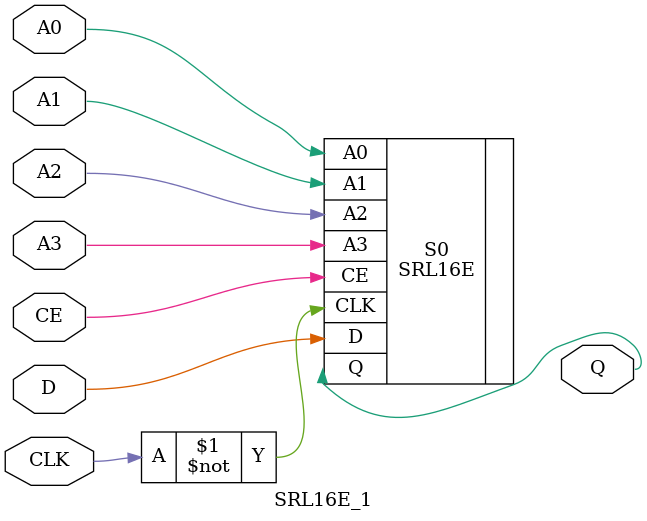
<source format=v>

`timescale  1 ps / 1 ps


module SRL16E_1 (Q, A0, A1, A2, A3, CE, CLK, D);

    parameter [15:0] INIT = 16'h0000;

    output Q;

    input  A0, A1, A2, A3, CLK, CE, D;


    SRL16E #(.INIT(INIT)) S0 (.Q(Q), .A0(A0), .A1(A1), .A2(A2), .A3(A3), .CE(CE), .CLK(~CLK), .D(D));

endmodule



</source>
